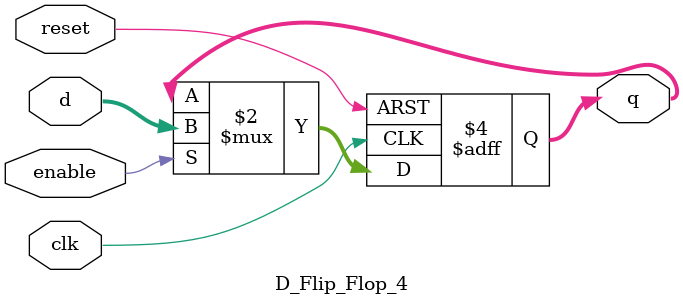
<source format=v>
module D_Flip_Flop_8(input clk, reset, enable,
									   input [7:0] d,
									   output reg [7:0] q);
	always@(posedge clk, posedge reset)
	if (reset) q <= 8'b0;
	else if (enable) q <= d;
endmodule

module D_Flip_Flop_4(input clk, reset, enable,
									   input [3:0] d,
									   output reg [3:0] q);
	always@(posedge clk, posedge reset)
	if (reset) q <= 3'b0;
	else if (enable) q <= d;
endmodule

</source>
